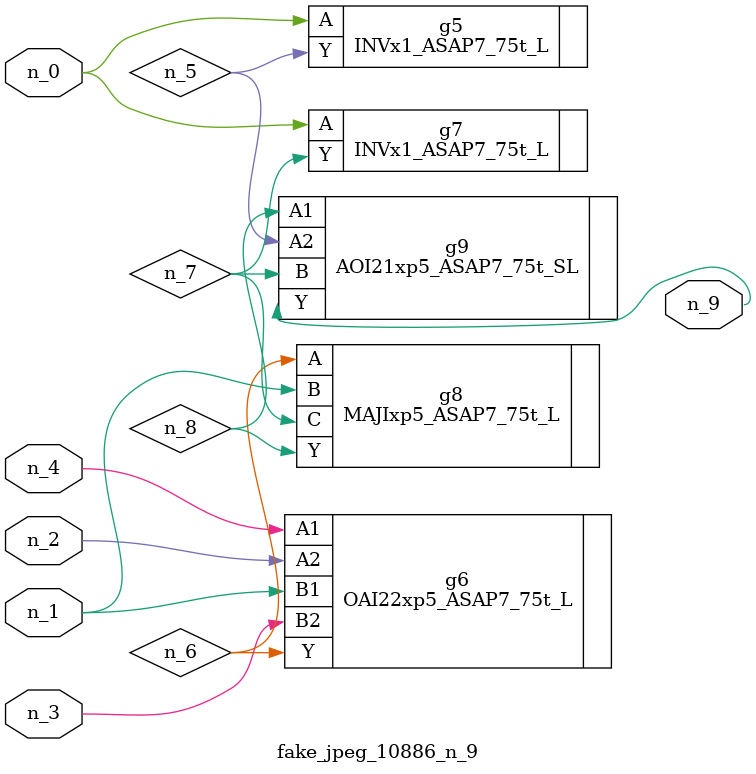
<source format=v>
module fake_jpeg_10886_n_9 (n_3, n_2, n_1, n_0, n_4, n_9);

input n_3;
input n_2;
input n_1;
input n_0;
input n_4;

output n_9;

wire n_8;
wire n_6;
wire n_5;
wire n_7;

INVx1_ASAP7_75t_L g5 ( 
.A(n_0),
.Y(n_5)
);

OAI22xp5_ASAP7_75t_L g6 ( 
.A1(n_4),
.A2(n_2),
.B1(n_1),
.B2(n_3),
.Y(n_6)
);

INVx1_ASAP7_75t_L g7 ( 
.A(n_0),
.Y(n_7)
);

MAJIxp5_ASAP7_75t_L g8 ( 
.A(n_6),
.B(n_1),
.C(n_7),
.Y(n_8)
);

AOI21xp5_ASAP7_75t_SL g9 ( 
.A1(n_8),
.A2(n_5),
.B(n_7),
.Y(n_9)
);


endmodule
</source>
